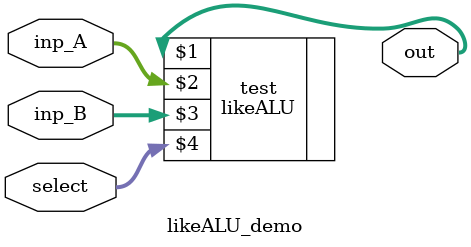
<source format=v>

module likeALU_demo
(
// {ALTERA_ARGS_BEGIN} DO NOT REMOVE THIS LINE!

	out,
	inp_A,
	inp_B,
	select
// {ALTERA_ARGS_END} DO NOT REMOVE THIS LINE!

);

// {ALTERA_IO_BEGIN} DO NOT REMOVE THIS LINE!
output	[4:0]	out;
input	[4:0]	inp_A;
input	[4:0]	inp_B;
input	[1:0]	select;

// {ALTERA_IO_END} DO NOT REMOVE THIS LINE!
// {ALTERA_MODULE_BEGIN} DO NOT REMOVE THIS LINE!
likeALU test(out, inp_A, inp_B, select);
// {ALTERA_MODULE_END} DO NOT REMOVE THIS LINE!
endmodule

</source>
